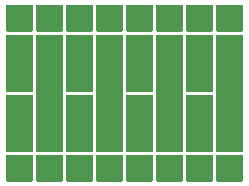
<source format=gbr>
%TF.GenerationSoftware,KiCad,Pcbnew,(6.0.10)*%
%TF.CreationDate,2023-01-04T22:28:52+01:00*%
%TF.ProjectId,SOT23 Breakout,534f5432-3320-4427-9265-616b6f75742e,rev?*%
%TF.SameCoordinates,Original*%
%TF.FileFunction,Copper,L1,Top*%
%TF.FilePolarity,Positive*%
%FSLAX46Y46*%
G04 Gerber Fmt 4.6, Leading zero omitted, Abs format (unit mm)*
G04 Created by KiCad (PCBNEW (6.0.10)) date 2023-01-04 22:28:52*
%MOMM*%
%LPD*%
G01*
G04 APERTURE LIST*
G04 APERTURE END LIST*
%TA.AperFunction,NonConductor*%
G36*
X154755121Y-106827002D02*
G01*
X154801614Y-106880658D01*
X154813000Y-106933000D01*
X154813000Y-108967000D01*
X154792998Y-109035121D01*
X154739342Y-109081614D01*
X154687000Y-109093000D01*
X152653000Y-109093000D01*
X152584879Y-109072998D01*
X152538386Y-109019342D01*
X152527000Y-108967000D01*
X152527000Y-106933000D01*
X152547002Y-106864879D01*
X152600658Y-106818386D01*
X152653000Y-106807000D01*
X154687000Y-106807000D01*
X154755121Y-106827002D01*
G37*
%TD.AperFunction*%
%TA.AperFunction,NonConductor*%
G36*
X152254694Y-96665306D02*
G01*
X152273000Y-96709500D01*
X152273000Y-106490500D01*
X152254694Y-106534694D01*
X152210500Y-106553000D01*
X150049500Y-106553000D01*
X150005306Y-106534694D01*
X149987000Y-106490500D01*
X149987000Y-96709500D01*
X150005306Y-96665306D01*
X150049500Y-96647000D01*
X152210500Y-96647000D01*
X152254694Y-96665306D01*
G37*
%TD.AperFunction*%
%TA.AperFunction,NonConductor*%
G36*
X149675121Y-106827002D02*
G01*
X149721614Y-106880658D01*
X149733000Y-106933000D01*
X149733000Y-108967000D01*
X149712998Y-109035121D01*
X149659342Y-109081614D01*
X149607000Y-109093000D01*
X147573000Y-109093000D01*
X147504879Y-109072998D01*
X147458386Y-109019342D01*
X147447000Y-108967000D01*
X147447000Y-106933000D01*
X147467002Y-106864879D01*
X147520658Y-106818386D01*
X147573000Y-106807000D01*
X149607000Y-106807000D01*
X149675121Y-106827002D01*
G37*
%TD.AperFunction*%
%TA.AperFunction,NonConductor*%
G36*
X154755121Y-94127002D02*
G01*
X154801614Y-94180658D01*
X154813000Y-94233000D01*
X154813000Y-96267000D01*
X154792998Y-96335121D01*
X154739342Y-96381614D01*
X154687000Y-96393000D01*
X152653000Y-96393000D01*
X152584879Y-96372998D01*
X152538386Y-96319342D01*
X152527000Y-96267000D01*
X152527000Y-94233000D01*
X152547002Y-94164879D01*
X152600658Y-94118386D01*
X152653000Y-94107000D01*
X154687000Y-94107000D01*
X154755121Y-94127002D01*
G37*
%TD.AperFunction*%
%TA.AperFunction,NonConductor*%
G36*
X154794694Y-96665306D02*
G01*
X154813000Y-96709500D01*
X154813000Y-101410500D01*
X154794694Y-101454694D01*
X154750500Y-101473000D01*
X152589500Y-101473000D01*
X152545306Y-101454694D01*
X152527000Y-101410500D01*
X152527000Y-96709500D01*
X152545306Y-96665306D01*
X152589500Y-96647000D01*
X154750500Y-96647000D01*
X154794694Y-96665306D01*
G37*
%TD.AperFunction*%
%TA.AperFunction,NonConductor*%
G36*
X142094694Y-96665306D02*
G01*
X142113000Y-96709500D01*
X142113000Y-106490500D01*
X142094694Y-106534694D01*
X142050500Y-106553000D01*
X139889500Y-106553000D01*
X139845306Y-106534694D01*
X139827000Y-106490500D01*
X139827000Y-96709500D01*
X139845306Y-96665306D01*
X139889500Y-96647000D01*
X142050500Y-96647000D01*
X142094694Y-96665306D01*
G37*
%TD.AperFunction*%
%TA.AperFunction,NonConductor*%
G36*
X147135121Y-106827002D02*
G01*
X147181614Y-106880658D01*
X147193000Y-106933000D01*
X147193000Y-108967000D01*
X147172998Y-109035121D01*
X147119342Y-109081614D01*
X147067000Y-109093000D01*
X145033000Y-109093000D01*
X144964879Y-109072998D01*
X144918386Y-109019342D01*
X144907000Y-108967000D01*
X144907000Y-106933000D01*
X144927002Y-106864879D01*
X144980658Y-106818386D01*
X145033000Y-106807000D01*
X147067000Y-106807000D01*
X147135121Y-106827002D01*
G37*
%TD.AperFunction*%
%TA.AperFunction,NonConductor*%
G36*
X157295121Y-94127002D02*
G01*
X157341614Y-94180658D01*
X157353000Y-94233000D01*
X157353000Y-96267000D01*
X157332998Y-96335121D01*
X157279342Y-96381614D01*
X157227000Y-96393000D01*
X155193000Y-96393000D01*
X155124879Y-96372998D01*
X155078386Y-96319342D01*
X155067000Y-96267000D01*
X155067000Y-94233000D01*
X155087002Y-94164879D01*
X155140658Y-94118386D01*
X155193000Y-94107000D01*
X157227000Y-94107000D01*
X157295121Y-94127002D01*
G37*
%TD.AperFunction*%
%TA.AperFunction,NonConductor*%
G36*
X154794694Y-101745306D02*
G01*
X154813000Y-101789500D01*
X154813000Y-106490500D01*
X154794694Y-106534694D01*
X154750500Y-106553000D01*
X152589500Y-106553000D01*
X152545306Y-106534694D01*
X152527000Y-106490500D01*
X152527000Y-101789500D01*
X152545306Y-101745306D01*
X152589500Y-101727000D01*
X154750500Y-101727000D01*
X154794694Y-101745306D01*
G37*
%TD.AperFunction*%
%TA.AperFunction,NonConductor*%
G36*
X139554694Y-101745306D02*
G01*
X139573000Y-101789500D01*
X139573000Y-106490500D01*
X139554694Y-106534694D01*
X139510500Y-106553000D01*
X137349500Y-106553000D01*
X137305306Y-106534694D01*
X137287000Y-106490500D01*
X137287000Y-101789500D01*
X137305306Y-101745306D01*
X137349500Y-101727000D01*
X139510500Y-101727000D01*
X139554694Y-101745306D01*
G37*
%TD.AperFunction*%
%TA.AperFunction,NonConductor*%
G36*
X157295121Y-106827002D02*
G01*
X157341614Y-106880658D01*
X157353000Y-106933000D01*
X157353000Y-108967000D01*
X157332998Y-109035121D01*
X157279342Y-109081614D01*
X157227000Y-109093000D01*
X155193000Y-109093000D01*
X155124879Y-109072998D01*
X155078386Y-109019342D01*
X155067000Y-108967000D01*
X155067000Y-106933000D01*
X155087002Y-106864879D01*
X155140658Y-106818386D01*
X155193000Y-106807000D01*
X157227000Y-106807000D01*
X157295121Y-106827002D01*
G37*
%TD.AperFunction*%
%TA.AperFunction,NonConductor*%
G36*
X147174694Y-96665306D02*
G01*
X147193000Y-96709500D01*
X147193000Y-106490500D01*
X147174694Y-106534694D01*
X147130500Y-106553000D01*
X144969500Y-106553000D01*
X144925306Y-106534694D01*
X144907000Y-106490500D01*
X144907000Y-96709500D01*
X144925306Y-96665306D01*
X144969500Y-96647000D01*
X147130500Y-96647000D01*
X147174694Y-96665306D01*
G37*
%TD.AperFunction*%
%TA.AperFunction,NonConductor*%
G36*
X152215121Y-106827002D02*
G01*
X152261614Y-106880658D01*
X152273000Y-106933000D01*
X152273000Y-108967000D01*
X152252998Y-109035121D01*
X152199342Y-109081614D01*
X152147000Y-109093000D01*
X150113000Y-109093000D01*
X150044879Y-109072998D01*
X149998386Y-109019342D01*
X149987000Y-108967000D01*
X149987000Y-106933000D01*
X150007002Y-106864879D01*
X150060658Y-106818386D01*
X150113000Y-106807000D01*
X152147000Y-106807000D01*
X152215121Y-106827002D01*
G37*
%TD.AperFunction*%
%TA.AperFunction,NonConductor*%
G36*
X139554694Y-96665306D02*
G01*
X139573000Y-96709500D01*
X139573000Y-101410500D01*
X139554694Y-101454694D01*
X139510500Y-101473000D01*
X137349500Y-101473000D01*
X137305306Y-101454694D01*
X137287000Y-101410500D01*
X137287000Y-96709500D01*
X137305306Y-96665306D01*
X137349500Y-96647000D01*
X139510500Y-96647000D01*
X139554694Y-96665306D01*
G37*
%TD.AperFunction*%
%TA.AperFunction,NonConductor*%
G36*
X144595121Y-106827002D02*
G01*
X144641614Y-106880658D01*
X144653000Y-106933000D01*
X144653000Y-108967000D01*
X144632998Y-109035121D01*
X144579342Y-109081614D01*
X144527000Y-109093000D01*
X142493000Y-109093000D01*
X142424879Y-109072998D01*
X142378386Y-109019342D01*
X142367000Y-108967000D01*
X142367000Y-106933000D01*
X142387002Y-106864879D01*
X142440658Y-106818386D01*
X142493000Y-106807000D01*
X144527000Y-106807000D01*
X144595121Y-106827002D01*
G37*
%TD.AperFunction*%
%TA.AperFunction,NonConductor*%
G36*
X144634694Y-96665306D02*
G01*
X144653000Y-96709500D01*
X144653000Y-101410500D01*
X144634694Y-101454694D01*
X144590500Y-101473000D01*
X142429500Y-101473000D01*
X142385306Y-101454694D01*
X142367000Y-101410500D01*
X142367000Y-96709500D01*
X142385306Y-96665306D01*
X142429500Y-96647000D01*
X144590500Y-96647000D01*
X144634694Y-96665306D01*
G37*
%TD.AperFunction*%
%TA.AperFunction,NonConductor*%
G36*
X149714694Y-101745306D02*
G01*
X149733000Y-101789500D01*
X149733000Y-106490500D01*
X149714694Y-106534694D01*
X149670500Y-106553000D01*
X147509500Y-106553000D01*
X147465306Y-106534694D01*
X147447000Y-106490500D01*
X147447000Y-101789500D01*
X147465306Y-101745306D01*
X147509500Y-101727000D01*
X149670500Y-101727000D01*
X149714694Y-101745306D01*
G37*
%TD.AperFunction*%
%TA.AperFunction,NonConductor*%
G36*
X157334694Y-96665306D02*
G01*
X157353000Y-96709500D01*
X157353000Y-106490500D01*
X157334694Y-106534694D01*
X157290500Y-106553000D01*
X155129500Y-106553000D01*
X155085306Y-106534694D01*
X155067000Y-106490500D01*
X155067000Y-96709500D01*
X155085306Y-96665306D01*
X155129500Y-96647000D01*
X157290500Y-96647000D01*
X157334694Y-96665306D01*
G37*
%TD.AperFunction*%
%TA.AperFunction,NonConductor*%
G36*
X139515121Y-94127002D02*
G01*
X139561614Y-94180658D01*
X139573000Y-94233000D01*
X139573000Y-96267000D01*
X139552998Y-96335121D01*
X139499342Y-96381614D01*
X139447000Y-96393000D01*
X137413000Y-96393000D01*
X137344879Y-96372998D01*
X137298386Y-96319342D01*
X137287000Y-96267000D01*
X137287000Y-94233000D01*
X137307002Y-94164879D01*
X137360658Y-94118386D01*
X137413000Y-94107000D01*
X139447000Y-94107000D01*
X139515121Y-94127002D01*
G37*
%TD.AperFunction*%
%TA.AperFunction,NonConductor*%
G36*
X139515121Y-106827002D02*
G01*
X139561614Y-106880658D01*
X139573000Y-106933000D01*
X139573000Y-108967000D01*
X139552998Y-109035121D01*
X139499342Y-109081614D01*
X139447000Y-109093000D01*
X137413000Y-109093000D01*
X137344879Y-109072998D01*
X137298386Y-109019342D01*
X137287000Y-108967000D01*
X137287000Y-106933000D01*
X137307002Y-106864879D01*
X137360658Y-106818386D01*
X137413000Y-106807000D01*
X139447000Y-106807000D01*
X139515121Y-106827002D01*
G37*
%TD.AperFunction*%
%TA.AperFunction,NonConductor*%
G36*
X149714694Y-96665306D02*
G01*
X149733000Y-96709500D01*
X149733000Y-101410500D01*
X149714694Y-101454694D01*
X149670500Y-101473000D01*
X147509500Y-101473000D01*
X147465306Y-101454694D01*
X147447000Y-101410500D01*
X147447000Y-96709500D01*
X147465306Y-96665306D01*
X147509500Y-96647000D01*
X149670500Y-96647000D01*
X149714694Y-96665306D01*
G37*
%TD.AperFunction*%
%TA.AperFunction,NonConductor*%
G36*
X144634694Y-101745306D02*
G01*
X144653000Y-101789500D01*
X144653000Y-106490500D01*
X144634694Y-106534694D01*
X144590500Y-106553000D01*
X142429500Y-106553000D01*
X142385306Y-106534694D01*
X142367000Y-106490500D01*
X142367000Y-101789500D01*
X142385306Y-101745306D01*
X142429500Y-101727000D01*
X144590500Y-101727000D01*
X144634694Y-101745306D01*
G37*
%TD.AperFunction*%
%TA.AperFunction,NonConductor*%
G36*
X142055121Y-106827002D02*
G01*
X142101614Y-106880658D01*
X142113000Y-106933000D01*
X142113000Y-108967000D01*
X142092998Y-109035121D01*
X142039342Y-109081614D01*
X141987000Y-109093000D01*
X139953000Y-109093000D01*
X139884879Y-109072998D01*
X139838386Y-109019342D01*
X139827000Y-108967000D01*
X139827000Y-106933000D01*
X139847002Y-106864879D01*
X139900658Y-106818386D01*
X139953000Y-106807000D01*
X141987000Y-106807000D01*
X142055121Y-106827002D01*
G37*
%TD.AperFunction*%
%TA.AperFunction,NonConductor*%
G36*
X144595121Y-94127002D02*
G01*
X144641614Y-94180658D01*
X144653000Y-94233000D01*
X144653000Y-96267000D01*
X144632998Y-96335121D01*
X144579342Y-96381614D01*
X144527000Y-96393000D01*
X142493000Y-96393000D01*
X142424879Y-96372998D01*
X142378386Y-96319342D01*
X142367000Y-96267000D01*
X142367000Y-94233000D01*
X142387002Y-94164879D01*
X142440658Y-94118386D01*
X142493000Y-94107000D01*
X144527000Y-94107000D01*
X144595121Y-94127002D01*
G37*
%TD.AperFunction*%
%TA.AperFunction,NonConductor*%
G36*
X149675121Y-94127002D02*
G01*
X149721614Y-94180658D01*
X149733000Y-94233000D01*
X149733000Y-96267000D01*
X149712998Y-96335121D01*
X149659342Y-96381614D01*
X149607000Y-96393000D01*
X147573000Y-96393000D01*
X147504879Y-96372998D01*
X147458386Y-96319342D01*
X147447000Y-96267000D01*
X147447000Y-94233000D01*
X147467002Y-94164879D01*
X147520658Y-94118386D01*
X147573000Y-94107000D01*
X149607000Y-94107000D01*
X149675121Y-94127002D01*
G37*
%TD.AperFunction*%
%TA.AperFunction,NonConductor*%
G36*
X147135121Y-94127002D02*
G01*
X147181614Y-94180658D01*
X147193000Y-94233000D01*
X147193000Y-96267000D01*
X147172998Y-96335121D01*
X147119342Y-96381614D01*
X147067000Y-96393000D01*
X145033000Y-96393000D01*
X144964879Y-96372998D01*
X144918386Y-96319342D01*
X144907000Y-96267000D01*
X144907000Y-94233000D01*
X144927002Y-94164879D01*
X144980658Y-94118386D01*
X145033000Y-94107000D01*
X147067000Y-94107000D01*
X147135121Y-94127002D01*
G37*
%TD.AperFunction*%
%TA.AperFunction,NonConductor*%
G36*
X152215121Y-94127002D02*
G01*
X152261614Y-94180658D01*
X152273000Y-94233000D01*
X152273000Y-96267000D01*
X152252998Y-96335121D01*
X152199342Y-96381614D01*
X152147000Y-96393000D01*
X150113000Y-96393000D01*
X150044879Y-96372998D01*
X149998386Y-96319342D01*
X149987000Y-96267000D01*
X149987000Y-94233000D01*
X150007002Y-94164879D01*
X150060658Y-94118386D01*
X150113000Y-94107000D01*
X152147000Y-94107000D01*
X152215121Y-94127002D01*
G37*
%TD.AperFunction*%
%TA.AperFunction,NonConductor*%
G36*
X142055121Y-94127002D02*
G01*
X142101614Y-94180658D01*
X142113000Y-94233000D01*
X142113000Y-96267000D01*
X142092998Y-96335121D01*
X142039342Y-96381614D01*
X141987000Y-96393000D01*
X139953000Y-96393000D01*
X139884879Y-96372998D01*
X139838386Y-96319342D01*
X139827000Y-96267000D01*
X139827000Y-94233000D01*
X139847002Y-94164879D01*
X139900658Y-94118386D01*
X139953000Y-94107000D01*
X141987000Y-94107000D01*
X142055121Y-94127002D01*
G37*
%TD.AperFunction*%
M02*

</source>
